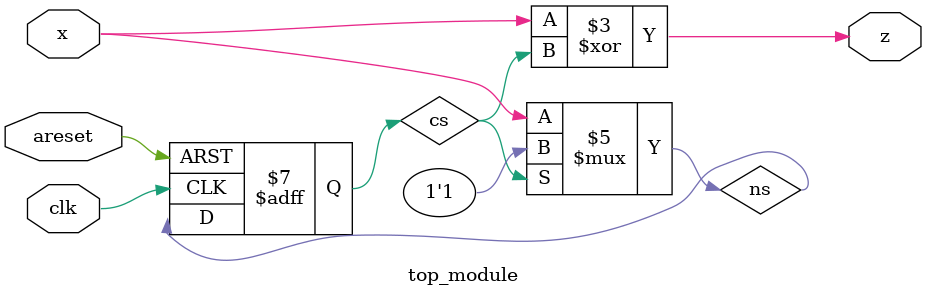
<source format=v>
module top_module (
    input clk,
    input areset,
    input x,
    output z
); 
reg cs, ns;
always @(posedge clk or posedge areset)
    if (areset) cs <= 1'b0;
    else cs <= ns;
always @(*)
    if (cs) ns = 1'b1;
    else ns = x;
assign z = x ^ cs;

endmodule

</source>
